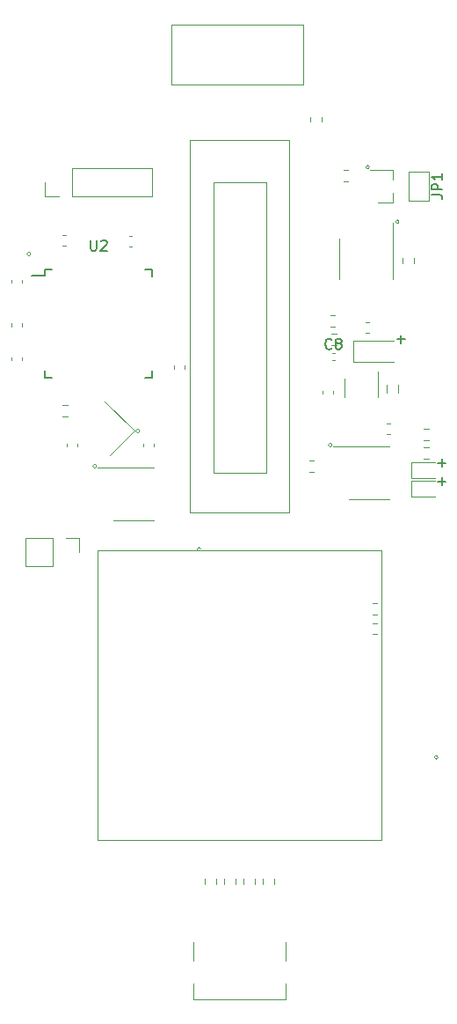
<source format=gbr>
%TF.GenerationSoftware,KiCad,Pcbnew,(5.1.9)-1*%
%TF.CreationDate,2021-03-28T20:47:18-04:00*%
%TF.ProjectId,LongboardRemote,4c6f6e67-626f-4617-9264-52656d6f7465,rev?*%
%TF.SameCoordinates,Original*%
%TF.FileFunction,Legend,Top*%
%TF.FilePolarity,Positive*%
%FSLAX46Y46*%
G04 Gerber Fmt 4.6, Leading zero omitted, Abs format (unit mm)*
G04 Created by KiCad (PCBNEW (5.1.9)-1) date 2021-03-28 20:47:18*
%MOMM*%
%LPD*%
G01*
G04 APERTURE LIST*
%ADD10C,0.150000*%
%ADD11C,0.120000*%
G04 APERTURE END LIST*
D10*
X165417547Y-98242428D02*
X166179452Y-98242428D01*
X165798500Y-98623380D02*
X165798500Y-97861476D01*
X165417547Y-96464428D02*
X166179452Y-96464428D01*
X165798500Y-96845380D02*
X165798500Y-96083476D01*
X161480547Y-84589928D02*
X162242452Y-84589928D01*
X161861500Y-84970880D02*
X161861500Y-84208976D01*
D11*
X142546605Y-104775000D02*
G75*
G03*
X142546605Y-104775000I-179605J0D01*
G01*
X165406605Y-124777500D02*
G75*
G03*
X165406605Y-124777500I-179605J0D01*
G01*
X155183105Y-94742000D02*
G75*
G03*
X155183105Y-94742000I-179605J0D01*
G01*
X132513605Y-96774000D02*
G75*
G03*
X132513605Y-96774000I-179605J0D01*
G01*
X136641105Y-93408500D02*
G75*
G03*
X136641105Y-93408500I-179605J0D01*
G01*
X126163605Y-76390500D02*
G75*
G03*
X126163605Y-76390500I-179605J0D01*
G01*
X158802605Y-68008500D02*
G75*
G03*
X158802605Y-68008500I-179605J0D01*
G01*
X161660105Y-73279000D02*
G75*
G03*
X161660105Y-73279000I-179605J0D01*
G01*
%TO.C,C1*%
X125351000Y-83338580D02*
X125351000Y-83057420D01*
X124331000Y-83338580D02*
X124331000Y-83057420D01*
%TO.C,J4*%
X132650000Y-132683000D02*
X132650000Y-104883000D01*
X159950000Y-132683000D02*
X132650000Y-132683000D01*
X159950000Y-104883000D02*
X159950000Y-132683000D01*
X132650000Y-104883000D02*
X159950000Y-104883000D01*
%TO.C,RV1*%
X148840000Y-69455000D02*
X148840000Y-97395000D01*
X143760000Y-69455000D02*
X148840000Y-69455000D01*
X143760000Y-97395000D02*
X143760000Y-69455000D01*
X148840000Y-97395000D02*
X143760000Y-97395000D01*
X151050000Y-65391000D02*
X151050000Y-101205000D01*
X141550000Y-101205000D02*
X141550000Y-65391000D01*
X151050000Y-101205000D02*
X141550000Y-101205000D01*
X141550000Y-65391000D02*
X151050000Y-65391000D01*
%TO.C,C2*%
X137031000Y-94588420D02*
X137031000Y-94869580D01*
X138051000Y-94588420D02*
X138051000Y-94869580D01*
%TO.C,C3*%
X129665000Y-94869580D02*
X129665000Y-94588420D01*
X130685000Y-94869580D02*
X130685000Y-94588420D01*
%TO.C,C4*%
X124331000Y-86614580D02*
X124331000Y-86333420D01*
X125351000Y-86614580D02*
X125351000Y-86333420D01*
%TO.C,C5*%
X129259420Y-74547000D02*
X129540580Y-74547000D01*
X129259420Y-75567000D02*
X129540580Y-75567000D01*
%TO.C,C6*%
X154303000Y-89508420D02*
X154303000Y-89789580D01*
X155323000Y-89508420D02*
X155323000Y-89789580D01*
%TO.C,C7*%
X160501420Y-92708000D02*
X160782580Y-92708000D01*
X160501420Y-93728000D02*
X160782580Y-93728000D01*
%TO.C,C9*%
X158763580Y-82929000D02*
X158482420Y-82929000D01*
X158763580Y-83949000D02*
X158482420Y-83949000D01*
%TO.C,C10*%
X135635420Y-74674000D02*
X135916580Y-74674000D01*
X135635420Y-75694000D02*
X135916580Y-75694000D01*
%TO.C,C11*%
X139952000Y-87402580D02*
X139952000Y-87121420D01*
X140972000Y-87402580D02*
X140972000Y-87121420D01*
%TO.C,C12*%
X124331000Y-78840420D02*
X124331000Y-79121580D01*
X125351000Y-78840420D02*
X125351000Y-79121580D01*
%TO.C,D6*%
X162827500Y-97890000D02*
X165112500Y-97890000D01*
X162827500Y-96420000D02*
X162827500Y-97890000D01*
X165112500Y-96420000D02*
X162827500Y-96420000D01*
%TO.C,D7*%
X165112500Y-98198000D02*
X162827500Y-98198000D01*
X162827500Y-98198000D02*
X162827500Y-99668000D01*
X162827500Y-99668000D02*
X165112500Y-99668000D01*
%TO.C,D8*%
X157263000Y-84725000D02*
X157263000Y-86725000D01*
X157263000Y-86725000D02*
X161163000Y-86725000D01*
X157263000Y-84725000D02*
X161163000Y-84725000D01*
%TO.C,J1*%
X150772000Y-148015000D02*
X141832000Y-148015000D01*
X150772000Y-142505000D02*
X150772000Y-144305000D01*
X150772000Y-148015000D02*
X150772000Y-146555000D01*
X141832000Y-148015000D02*
X141832000Y-146555000D01*
X141832000Y-142505000D02*
X141832000Y-144305000D01*
%TO.C,J2*%
X125670000Y-103699000D02*
X125670000Y-106359000D01*
X128270000Y-103699000D02*
X125670000Y-103699000D01*
X128270000Y-106359000D02*
X125670000Y-106359000D01*
X128270000Y-103699000D02*
X128270000Y-106359000D01*
X129540000Y-103699000D02*
X130870000Y-103699000D01*
X130870000Y-103699000D02*
X130870000Y-105029000D01*
%TO.C,J3*%
X127575000Y-70799000D02*
X127575000Y-69469000D01*
X128905000Y-70799000D02*
X127575000Y-70799000D01*
X130175000Y-70799000D02*
X130175000Y-68139000D01*
X130175000Y-68139000D02*
X137855000Y-68139000D01*
X130175000Y-70799000D02*
X137855000Y-70799000D01*
X137855000Y-70799000D02*
X137855000Y-68139000D01*
%TO.C,JP1*%
X162576000Y-68435000D02*
X164576000Y-68435000D01*
X162576000Y-71235000D02*
X162576000Y-68435000D01*
X164576000Y-71235000D02*
X162576000Y-71235000D01*
X164576000Y-68435000D02*
X164576000Y-71235000D01*
%TO.C,L1*%
X160476000Y-89727122D02*
X160476000Y-88927878D01*
X161596000Y-89727122D02*
X161596000Y-88927878D01*
%TO.C,Q1*%
X161050000Y-71430000D02*
X161050000Y-70500000D01*
X161050000Y-68270000D02*
X161050000Y-69200000D01*
X161050000Y-68270000D02*
X158890000Y-68270000D01*
X161050000Y-71430000D02*
X159590000Y-71430000D01*
%TO.C,R1*%
X149620500Y-136952258D02*
X149620500Y-136477742D01*
X148575500Y-136952258D02*
X148575500Y-136477742D01*
%TO.C,R2*%
X142987500Y-136952258D02*
X142987500Y-136477742D01*
X144032500Y-136952258D02*
X144032500Y-136477742D01*
%TO.C,R3*%
X159559258Y-109967500D02*
X159084742Y-109967500D01*
X159559258Y-111012500D02*
X159084742Y-111012500D01*
%TO.C,R4*%
X159084742Y-111872500D02*
X159559258Y-111872500D01*
X159084742Y-112917500D02*
X159559258Y-112917500D01*
%TO.C,R5*%
X147757832Y-136952258D02*
X147757832Y-136477742D01*
X146712832Y-136952258D02*
X146712832Y-136477742D01*
%TO.C,R6*%
X145895166Y-136477742D02*
X145895166Y-136952258D01*
X144850166Y-136477742D02*
X144850166Y-136952258D01*
%TO.C,R7*%
X129239742Y-90917500D02*
X129714258Y-90917500D01*
X129239742Y-91962500D02*
X129714258Y-91962500D01*
%TO.C,R8*%
X154192500Y-63674258D02*
X154192500Y-63199742D01*
X153147500Y-63674258D02*
X153147500Y-63199742D01*
%TO.C,R9*%
X163082500Y-77262258D02*
X163082500Y-76787742D01*
X162037500Y-77262258D02*
X162037500Y-76787742D01*
%TO.C,R10*%
X156765258Y-69356500D02*
X156290742Y-69356500D01*
X156765258Y-68311500D02*
X156290742Y-68311500D01*
%TO.C,R13*%
X164511258Y-93203500D02*
X164036742Y-93203500D01*
X164511258Y-94248500D02*
X164036742Y-94248500D01*
%TO.C,R14*%
X164511258Y-96026500D02*
X164036742Y-96026500D01*
X164511258Y-94981500D02*
X164036742Y-94981500D01*
%TO.C,R15*%
X155621258Y-85104500D02*
X155146742Y-85104500D01*
X155621258Y-84059500D02*
X155146742Y-84059500D01*
%TO.C,R16*%
X155020742Y-82281500D02*
X155495258Y-82281500D01*
X155020742Y-83326500D02*
X155495258Y-83326500D01*
%TO.C,R17*%
X153462258Y-96251500D02*
X152987742Y-96251500D01*
X153462258Y-97296500D02*
X152987742Y-97296500D01*
%TO.C,SW1*%
X139752000Y-54347000D02*
X139752000Y-60047000D01*
X152452000Y-54347000D02*
X139752000Y-54347000D01*
X152452000Y-60047000D02*
X152452000Y-54347000D01*
X139752000Y-60047000D02*
X152452000Y-60047000D01*
%TO.C,U3*%
X156378000Y-88338000D02*
X156378000Y-90138000D01*
X159598000Y-90138000D02*
X159598000Y-87688000D01*
%TO.C,U4*%
X158792000Y-99969000D02*
X160742000Y-99969000D01*
X158792000Y-99969000D02*
X156842000Y-99969000D01*
X158792000Y-94849000D02*
X160742000Y-94849000D01*
X158792000Y-94849000D02*
X155342000Y-94849000D01*
%TO.C,U6*%
X161056000Y-76835000D02*
X161056000Y-73385000D01*
X161056000Y-76835000D02*
X161056000Y-78785000D01*
X155936000Y-76835000D02*
X155936000Y-74885000D01*
X155936000Y-76835000D02*
X155936000Y-78785000D01*
%TO.C,Y1*%
X133812487Y-95714940D02*
X136145940Y-93381487D01*
X136145940Y-93381487D02*
X133317513Y-90553060D01*
%TO.C,U5*%
X136079000Y-102001000D02*
X138029000Y-102001000D01*
X136079000Y-102001000D02*
X134129000Y-102001000D01*
X136079000Y-96881000D02*
X138029000Y-96881000D01*
X136079000Y-96881000D02*
X132629000Y-96881000D01*
D10*
%TO.C,U2*%
X127540000Y-78458000D02*
X126265000Y-78458000D01*
X137890000Y-77883000D02*
X137215000Y-77883000D01*
X137890000Y-88233000D02*
X137215000Y-88233000D01*
X127540000Y-88233000D02*
X128215000Y-88233000D01*
X127540000Y-77883000D02*
X128215000Y-77883000D01*
X127540000Y-88233000D02*
X127540000Y-87558000D01*
X137890000Y-88233000D02*
X137890000Y-87558000D01*
X137890000Y-77883000D02*
X137890000Y-78558000D01*
X127540000Y-77883000D02*
X127540000Y-78458000D01*
D11*
%TO.C,C8*%
X155226164Y-86593000D02*
X155441836Y-86593000D01*
X155226164Y-85873000D02*
X155441836Y-85873000D01*
%TO.C,JP1*%
D10*
X164828380Y-70668333D02*
X165542666Y-70668333D01*
X165685523Y-70715952D01*
X165780761Y-70811190D01*
X165828380Y-70954047D01*
X165828380Y-71049285D01*
X165828380Y-70192142D02*
X164828380Y-70192142D01*
X164828380Y-69811190D01*
X164876000Y-69715952D01*
X164923619Y-69668333D01*
X165018857Y-69620714D01*
X165161714Y-69620714D01*
X165256952Y-69668333D01*
X165304571Y-69715952D01*
X165352190Y-69811190D01*
X165352190Y-70192142D01*
X165828380Y-68668333D02*
X165828380Y-69239761D01*
X165828380Y-68954047D02*
X164828380Y-68954047D01*
X164971238Y-69049285D01*
X165066476Y-69144523D01*
X165114095Y-69239761D01*
%TO.C,U2*%
X131953095Y-75060380D02*
X131953095Y-75869904D01*
X132000714Y-75965142D01*
X132048333Y-76012761D01*
X132143571Y-76060380D01*
X132334047Y-76060380D01*
X132429285Y-76012761D01*
X132476904Y-75965142D01*
X132524523Y-75869904D01*
X132524523Y-75060380D01*
X132953095Y-75155619D02*
X133000714Y-75108000D01*
X133095952Y-75060380D01*
X133334047Y-75060380D01*
X133429285Y-75108000D01*
X133476904Y-75155619D01*
X133524523Y-75250857D01*
X133524523Y-75346095D01*
X133476904Y-75488952D01*
X132905476Y-76060380D01*
X133524523Y-76060380D01*
%TO.C,C8*%
X155167333Y-85430142D02*
X155119714Y-85477761D01*
X154976857Y-85525380D01*
X154881619Y-85525380D01*
X154738761Y-85477761D01*
X154643523Y-85382523D01*
X154595904Y-85287285D01*
X154548285Y-85096809D01*
X154548285Y-84953952D01*
X154595904Y-84763476D01*
X154643523Y-84668238D01*
X154738761Y-84573000D01*
X154881619Y-84525380D01*
X154976857Y-84525380D01*
X155119714Y-84573000D01*
X155167333Y-84620619D01*
X155738761Y-84953952D02*
X155643523Y-84906333D01*
X155595904Y-84858714D01*
X155548285Y-84763476D01*
X155548285Y-84715857D01*
X155595904Y-84620619D01*
X155643523Y-84573000D01*
X155738761Y-84525380D01*
X155929238Y-84525380D01*
X156024476Y-84573000D01*
X156072095Y-84620619D01*
X156119714Y-84715857D01*
X156119714Y-84763476D01*
X156072095Y-84858714D01*
X156024476Y-84906333D01*
X155929238Y-84953952D01*
X155738761Y-84953952D01*
X155643523Y-85001571D01*
X155595904Y-85049190D01*
X155548285Y-85144428D01*
X155548285Y-85334904D01*
X155595904Y-85430142D01*
X155643523Y-85477761D01*
X155738761Y-85525380D01*
X155929238Y-85525380D01*
X156024476Y-85477761D01*
X156072095Y-85430142D01*
X156119714Y-85334904D01*
X156119714Y-85144428D01*
X156072095Y-85049190D01*
X156024476Y-85001571D01*
X155929238Y-84953952D01*
%TD*%
M02*

</source>
